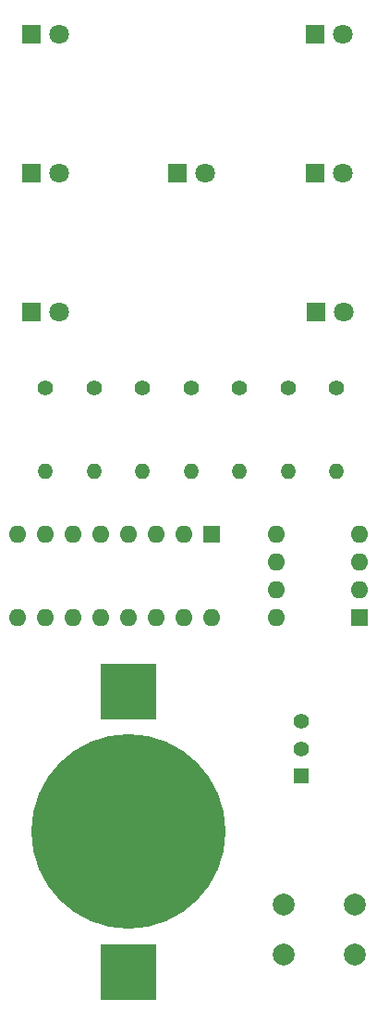
<source format=gbr>
%TF.GenerationSoftware,KiCad,Pcbnew,5.1.9-73d0e3b20d~88~ubuntu18.04.1*%
%TF.CreationDate,2021-01-26T17:19:55+01:00*%
%TF.ProjectId,d1ce,64316365-2e6b-4696-9361-645f70636258,v1*%
%TF.SameCoordinates,Original*%
%TF.FileFunction,Soldermask,Top*%
%TF.FilePolarity,Negative*%
%FSLAX46Y46*%
G04 Gerber Fmt 4.6, Leading zero omitted, Abs format (unit mm)*
G04 Created by KiCad (PCBNEW 5.1.9-73d0e3b20d~88~ubuntu18.04.1) date 2021-01-26 17:19:55*
%MOMM*%
%LPD*%
G01*
G04 APERTURE LIST*
%ADD10R,5.100000X5.100000*%
%ADD11C,17.800000*%
%ADD12R,1.800000X1.800000*%
%ADD13C,1.800000*%
%ADD14O,1.400000X1.400000*%
%ADD15C,1.400000*%
%ADD16C,2.000000*%
%ADD17C,1.408000*%
%ADD18R,1.408000X1.408000*%
%ADD19O,1.600000X1.600000*%
%ADD20R,1.600000X1.600000*%
G04 APERTURE END LIST*
D10*
%TO.C,BT1*%
X142200000Y-118570000D03*
X142200000Y-144170000D03*
D11*
X142200000Y-131370000D03*
%TD*%
D12*
%TO.C,D1*%
X133350000Y-58420000D03*
D13*
X135890000Y-58420000D03*
%TD*%
%TO.C,D2*%
X135894800Y-71120000D03*
D12*
X133354800Y-71120000D03*
%TD*%
D13*
%TO.C,D3*%
X135890000Y-83820000D03*
D12*
X133350000Y-83820000D03*
%TD*%
%TO.C,D4*%
X146685000Y-71120000D03*
D13*
X149225000Y-71120000D03*
%TD*%
%TO.C,D5*%
X161894800Y-58420000D03*
D12*
X159354800Y-58420000D03*
%TD*%
D13*
%TO.C,D6*%
X161894800Y-71120000D03*
D12*
X159354800Y-71120000D03*
%TD*%
%TO.C,D7*%
X159385000Y-83820000D03*
D13*
X161925000Y-83820000D03*
%TD*%
D14*
%TO.C,R1*%
X134620000Y-98390000D03*
D15*
X134620000Y-90770000D03*
%TD*%
D14*
%TO.C,R2*%
X139065000Y-98390000D03*
D15*
X139065000Y-90770000D03*
%TD*%
%TO.C,R3*%
X143510000Y-90825000D03*
D14*
X143510000Y-98445000D03*
%TD*%
%TO.C,R4*%
X147955000Y-98445000D03*
D15*
X147955000Y-90825000D03*
%TD*%
D14*
%TO.C,R5*%
X152400000Y-98445000D03*
D15*
X152400000Y-90825000D03*
%TD*%
%TO.C,R6*%
X156845000Y-90825000D03*
D14*
X156845000Y-98445000D03*
%TD*%
%TO.C,R7*%
X161290000Y-98445000D03*
D15*
X161290000Y-90825000D03*
%TD*%
D16*
%TO.C,SW1*%
X162987580Y-138067980D03*
X162987580Y-142567980D03*
X156487580Y-138067980D03*
X156487580Y-142567980D03*
%TD*%
D17*
%TO.C,SW2*%
X158070000Y-121290000D03*
X158070000Y-123790000D03*
D18*
X158070000Y-126290000D03*
%TD*%
D19*
%TO.C,U1*%
X155780000Y-111760000D03*
X163400000Y-104140000D03*
X155780000Y-109220000D03*
X163400000Y-106680000D03*
X155780000Y-106680000D03*
X163400000Y-109220000D03*
X155780000Y-104140000D03*
D20*
X163400000Y-111760000D03*
%TD*%
D19*
%TO.C,U2*%
X149860000Y-111760000D03*
X132080000Y-104140000D03*
X147320000Y-111760000D03*
X134620000Y-104140000D03*
X144780000Y-111760000D03*
X137160000Y-104140000D03*
X142240000Y-111760000D03*
X139700000Y-104140000D03*
X139700000Y-111760000D03*
X142240000Y-104140000D03*
X137160000Y-111760000D03*
X144780000Y-104140000D03*
X134620000Y-111760000D03*
X147320000Y-104140000D03*
X132080000Y-111760000D03*
D20*
X149860000Y-104140000D03*
%TD*%
M02*

</source>
